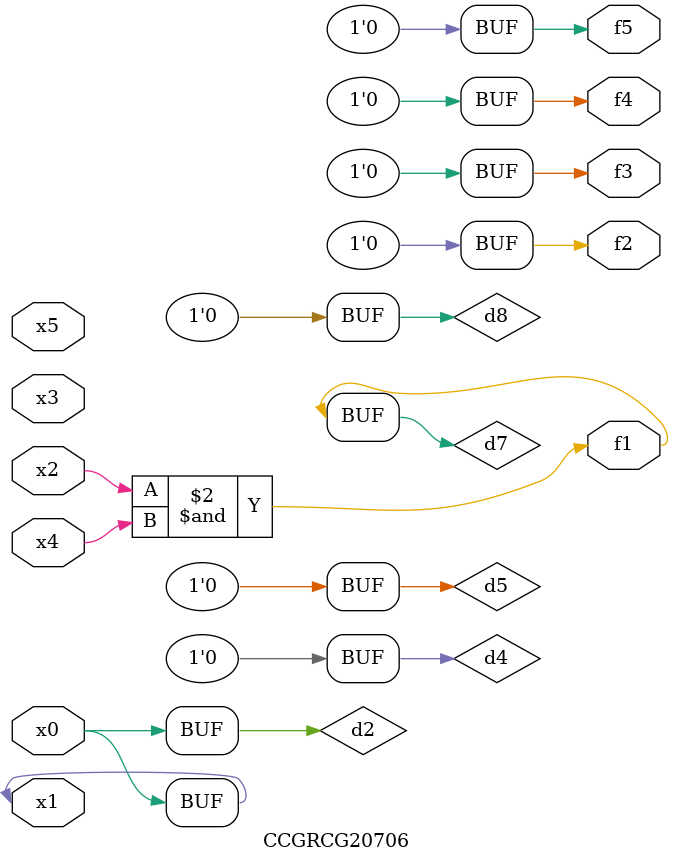
<source format=v>
module CCGRCG20706(
	input x0, x1, x2, x3, x4, x5,
	output f1, f2, f3, f4, f5
);

	wire d1, d2, d3, d4, d5, d6, d7, d8, d9;

	nand (d1, x1);
	buf (d2, x0, x1);
	nand (d3, x2, x4);
	and (d4, d1, d2);
	and (d5, d1, d2);
	nand (d6, d1, d3);
	not (d7, d3);
	xor (d8, d5);
	nor (d9, d5, d6);
	assign f1 = d7;
	assign f2 = d8;
	assign f3 = d8;
	assign f4 = d8;
	assign f5 = d8;
endmodule

</source>
